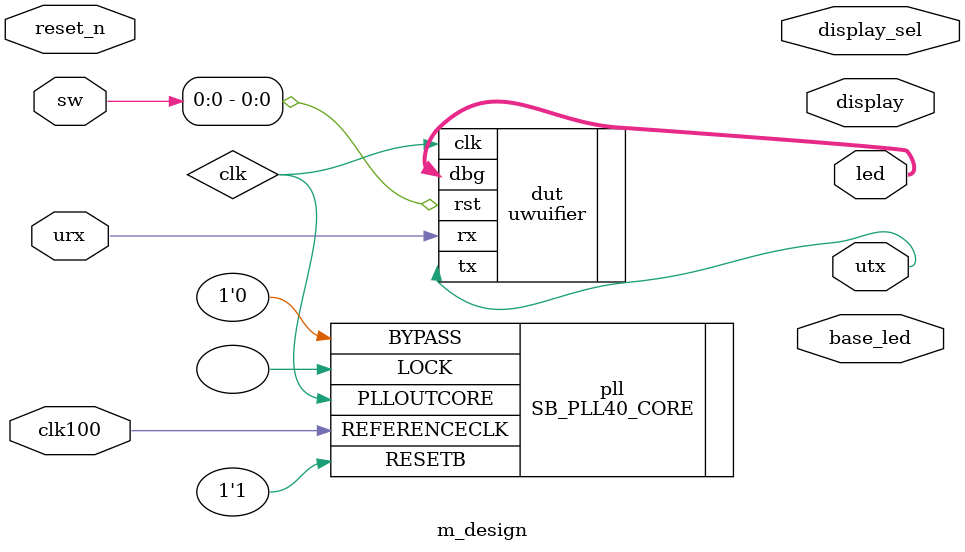
<source format=sv>
module m_design (
    input logic clk100, // 100MHz clock
    input logic reset_n, // Active-low reset

    output logic [7:0] base_led, // LEDs on the far right side of the board
    output logic [23:0] led, // LEDs in the middle of the board

    input logic [23:0] sw, // The tiny slide-switches

    input logic urx,
    output logic utx,

    output logic [3:0] display_sel, // Select between the 4 segments
    output logic [7:0] display // Seven-segment display
);

    logic clk;

    uwuifier #(
        .CLK_FREQ(25000000),
        .BAUD(115200)
    ) dut (
        .clk(clk),
        .rst(sw[0]),
        .rx(urx),
        .tx(utx),
        .dbg(led)
    );

    // 100MHz -> 25MHz
    SB_PLL40_CORE #(
        .FEEDBACK_PATH("SIMPLE"),
        .DIVR(4'b0000),         // DIVR =  0
        .DIVF(7'b0000111),      // DIVF =  7
        .DIVQ(3'b101),          // DIVQ =  5
        .FILTER_RANGE(3'b101)   // FILTER_RANGE = 5
    ) pll (
        .LOCK(),
        .RESETB(1'b1),
        .BYPASS(1'b0),
        .REFERENCECLK(clk100),
        .PLLOUTCORE(clk)
    );

endmodule

</source>
